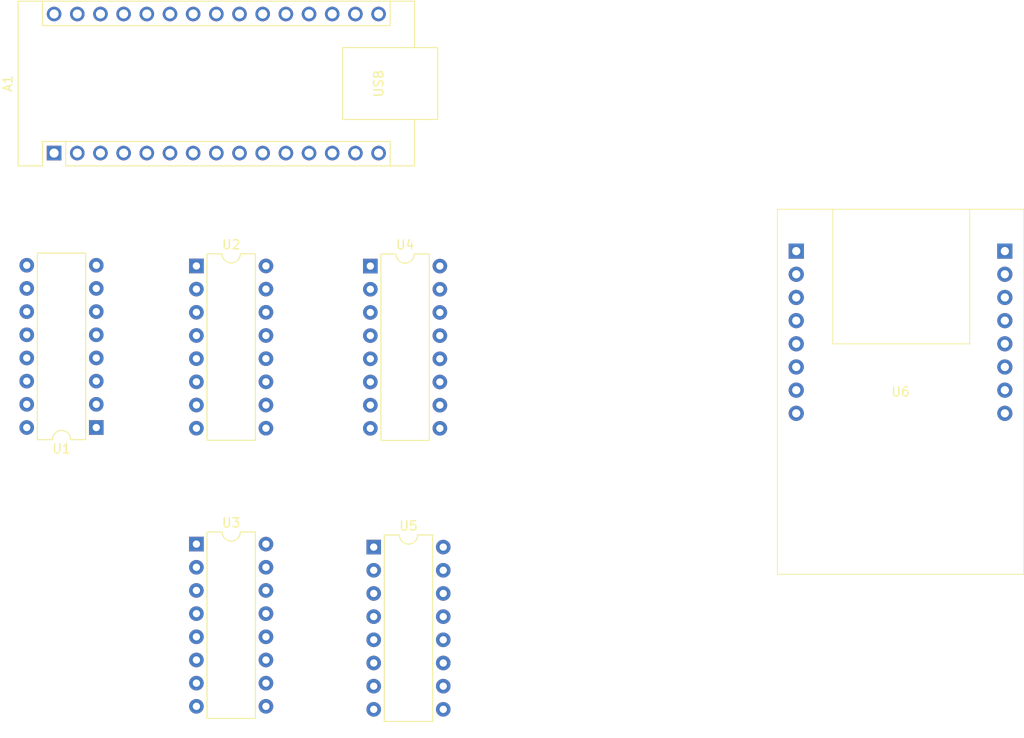
<source format=kicad_pcb>
(kicad_pcb (version 20221018) (generator pcbnew)
  (layers (0 "F.Cu" signal) (31 "B.Cu" signal) (34 "B.Paste" user) (35 "F.Paste" user) (36 "B.SilkS" user "B.Silkscreen") (37 "F.SilkS" user "F.Silkscreen") (38 "B.Mask" user) (39 "F.Mask" user) (44 "Edge.Cuts" user))
  (net 0 "")
  (net 4 "GND")
  (net 6 "/wheel_speed")
  (net 7 "/signal_595")
  (net 10 "/595SCLK")
  (net 11 "/595RCLK")
  (net 13 "/motor5_speed")
  (net 14 "/motor6_speed")
  (net 17 "+3.3V")
  (net 23 "/SDA")
  (net 24 "/SCL")
  (net 27 "+5V")
  (net 29 "+12V")
  (net 30 "/motor1_A")
  (net 31 "/motorLF+")
  (net 32 "/motorLF-")
  (net 33 "/motor1_B")
  (net 34 "/motor2_A")
  (net 35 "/motorRF+")
  (net 36 "/motorRF-")
  (net 37 "/motor2_B")
  (net 38 "/motor3_A")
  (net 39 "/motor3_B")
  (net 40 "/motor4_A")
  (net 41 "/motor4_B")
  (net 42 "Net-(U2-QH')")
  (net 43 "/motor5_B")
  (net 44 "/motor6_A")
  (net 45 "/motor6_B")
  (net 51 "/motor5_A")
  (net 52 "/motorLB+")
  (net 53 "/motorLb-")
  (net 54 "/motorRB+")
  (net 55 "/motorRB-")
  (net 56 "/shoot+")
  (net 57 "/shoot-")
  (net 58 "/tilt+")
  (net 59 "/tilt-")
  (footprint "Package_DIP:DIP-16_W7.62mm" (layer "F.Cu") (at 107.96 48.275)
    (fp_text reference "U4" (at 3.81 -2.33) (layer "F.SilkS"))
    (fp_text value "L293D")
    (fp_line (start 1.16 -1.33) (end 1.16 19.11) (stroke (width 0.12)) (layer "F.SilkS"))
    (fp_line (start 1.16 19.11) (end 6.46 19.11) (stroke (width 0.12)) (layer "F.SilkS"))
    (fp_line (start 2.81 -1.33) (end 1.16 -1.33) (stroke (width 0.12)) (layer "F.SilkS"))
    (fp_line (start 6.46 -1.33) (end 4.81 -1.33) (stroke (width 0.12)) (layer "F.SilkS"))
    (fp_line (start 6.46 19.11) (end 6.46 -1.33) (stroke (width 0.12)) (layer "F.SilkS"))
    (fp_arc (start 4.81 -1.33) (mid 3.81 -0.33) (end 2.81 -1.33) (stroke (width 0.12)) (layer "F.SilkS"))
    (pad "1" thru_hole rect (at 0 0) (size 1.6 1.6) (drill 0.8) (layers "*.Cu" "*.Mask") (net 6 "/wheel_speed"))
    (pad "2" thru_hole oval (at 0 2.54) (size 1.6 1.6) (drill 0.8) (layers "*.Cu" "*.Mask") (net 38 "/motor3_A"))
    (pad "3" thru_hole oval (at 0 5.08) (size 1.6 1.6) (drill 0.8) (layers "*.Cu" "*.Mask") (net 52 "/motorLB+"))
    (pad "4" thru_hole oval (at 0 7.62) (size 1.6 1.6) (drill 0.8) (layers "*.Cu" "*.Mask") (net 4 "GND"))
    (pad "5" thru_hole oval (at 0 10.16) (size 1.6 1.6) (drill 0.8) (layers "*.Cu" "*.Mask") (net 4 "GND"))
    (pad "6" thru_hole oval (at 0 12.7) (size 1.6 1.6) (drill 0.8) (layers "*.Cu" "*.Mask") (net 53 "/motorLb-"))
    (pad "7" thru_hole oval (at 0 15.24) (size 1.6 1.6) (drill 0.8) (layers "*.Cu" "*.Mask") (net 39 "/motor3_B"))
    (pad "8" thru_hole oval (at 0 17.78) (size 1.6 1.6) (drill 0.8) (layers "*.Cu" "*.Mask") (net 29 "+12V"))
    (pad "9" thru_hole oval (at 7.62 17.78) (size 1.6 1.6) (drill 0.8) (layers "*.Cu" "*.Mask") (net 6 "/wheel_speed"))
    (pad "10" thru_hole oval (at 7.62 15.24) (size 1.6 1.6) (drill 0.8) (layers "*.Cu" "*.Mask") (net 40 "/motor4_A"))
    (pad "11" thru_hole oval (at 7.62 12.7) (size 1.6 1.6) (drill 0.8) (layers "*.Cu" "*.Mask") (net 54 "/motorRB+"))
    (pad "12" thru_hole oval (at 7.62 10.16) (size 1.6 1.6) (drill 0.8) (layers "*.Cu" "*.Mask") (net 4 "GND"))
    (pad "13" thru_hole oval (at 7.62 7.62) (size 1.6 1.6) (drill 0.8) (layers "*.Cu" "*.Mask") (net 4 "GND"))
    (pad "14" thru_hole oval (at 7.62 5.08) (size 1.6 1.6) (drill 0.8) (layers "*.Cu" "*.Mask") (net 55 "/motorRB-"))
    (pad "15" thru_hole oval (at 7.62 2.54) (size 1.6 1.6) (drill 0.8) (layers "*.Cu" "*.Mask") (net 41 "/motor4_B"))
    (pad "16" thru_hole oval (at 7.62 0) (size 1.6 1.6) (drill 0.8) (layers "*.Cu" "*.Mask") (net 29 "+12V"))
  )
  (footprint "Package_DIP:DIP-16_W7.62mm" (layer "F.Cu") (at 88.9 48.26)
    (fp_text reference "U2" (at 3.81 -2.33) (layer "F.SilkS"))
    (fp_text value "74HC595")
    (fp_line (start 1.16 -1.33) (end 1.16 19.11) (stroke (width 0.12)) (layer "F.SilkS"))
    (fp_line (start 1.16 19.11) (end 6.46 19.11) (stroke (width 0.12)) (layer "F.SilkS"))
    (fp_line (start 2.81 -1.33) (end 1.16 -1.33) (stroke (width 0.12)) (layer "F.SilkS"))
    (fp_line (start 6.46 -1.33) (end 4.81 -1.33) (stroke (width 0.12)) (layer "F.SilkS"))
    (fp_line (start 6.46 19.11) (end 6.46 -1.33) (stroke (width 0.12)) (layer "F.SilkS"))
    (fp_arc (start 4.81 -1.33) (mid 3.81 -0.33) (end 2.81 -1.33) (stroke (width 0.12)) (layer "F.SilkS"))
    (pad "1" thru_hole rect (at 0 0) (size 1.6 1.6) (drill 0.8) (layers "*.Cu" "*.Mask") (net 33 "/motor1_B"))
    (pad "2" thru_hole oval (at 0 2.54) (size 1.6 1.6) (drill 0.8) (layers "*.Cu" "*.Mask") (net 34 "/motor2_A"))
    (pad "3" thru_hole oval (at 0 5.08) (size 1.6 1.6) (drill 0.8) (layers "*.Cu" "*.Mask") (net 37 "/motor2_B"))
    (pad "4" thru_hole oval (at 0 7.62) (size 1.6 1.6) (drill 0.8) (layers "*.Cu" "*.Mask") (net 38 "/motor3_A"))
    (pad "5" thru_hole oval (at 0 10.16) (size 1.6 1.6) (drill 0.8) (layers "*.Cu" "*.Mask") (net 39 "/motor3_B"))
    (pad "6" thru_hole oval (at 0 12.7) (size 1.6 1.6) (drill 0.8) (layers "*.Cu" "*.Mask") (net 40 "/motor4_A"))
    (pad "7" thru_hole oval (at 0 15.24) (size 1.6 1.6) (drill 0.8) (layers "*.Cu" "*.Mask") (net 41 "/motor4_B"))
    (pad "8" thru_hole oval (at 0 17.78) (size 1.6 1.6) (drill 0.8) (layers "*.Cu" "*.Mask") (net 4 "GND"))
    (pad "9" thru_hole oval (at 7.62 17.78) (size 1.6 1.6) (drill 0.8) (layers "*.Cu" "*.Mask") (net 42 "Net-(U2-QH')"))
    (pad "10" thru_hole oval (at 7.62 15.24) (size 1.6 1.6) (drill 0.8) (layers "*.Cu" "*.Mask") (net 27 "+5V"))
    (pad "11" thru_hole oval (at 7.62 12.7) (size 1.6 1.6) (drill 0.8) (layers "*.Cu" "*.Mask") (net 10 "/595SCLK"))
    (pad "12" thru_hole oval (at 7.62 10.16) (size 1.6 1.6) (drill 0.8) (layers "*.Cu" "*.Mask") (net 11 "/595RCLK"))
    (pad "13" thru_hole oval (at 7.62 7.62) (size 1.6 1.6) (drill 0.8) (layers "*.Cu" "*.Mask") (net 4 "GND"))
    (pad "14" thru_hole oval (at 7.62 5.08) (size 1.6 1.6) (drill 0.8) (layers "*.Cu" "*.Mask") (net 7 "/signal_595"))
    (pad "15" thru_hole oval (at 7.62 2.54) (size 1.6 1.6) (drill 0.8) (layers "*.Cu" "*.Mask") (net 30 "/motor1_A"))
    (pad "16" thru_hole oval (at 7.62 0) (size 1.6 1.6) (drill 0.8) (layers "*.Cu" "*.Mask") (net 27 "+5V"))
  )
  (footprint "Package_DIP:DIP-16_W7.62mm" (layer "F.Cu") (at 88.9 78.74)
    (fp_text reference "U3" (at 3.81 -2.33) (layer "F.SilkS"))
    (fp_text value "74HC595")
    (fp_line (start 1.16 -1.33) (end 1.16 19.11) (stroke (width 0.12)) (layer "F.SilkS"))
    (fp_line (start 1.16 19.11) (end 6.46 19.11) (stroke (width 0.12)) (layer "F.SilkS"))
    (fp_line (start 2.81 -1.33) (end 1.16 -1.33) (stroke (width 0.12)) (layer "F.SilkS"))
    (fp_line (start 6.46 -1.33) (end 4.81 -1.33) (stroke (width 0.12)) (layer "F.SilkS"))
    (fp_line (start 6.46 19.11) (end 6.46 -1.33) (stroke (width 0.12)) (layer "F.SilkS"))
    (fp_arc (start 4.81 -1.33) (mid 3.81 -0.33) (end 2.81 -1.33) (stroke (width 0.12)) (layer "F.SilkS"))
    (pad "1" thru_hole rect (at 0 0) (size 1.6 1.6) (drill 0.8) (layers "*.Cu" "*.Mask") (net 43 "/motor5_B"))
    (pad "2" thru_hole oval (at 0 2.54) (size 1.6 1.6) (drill 0.8) (layers "*.Cu" "*.Mask") (net 44 "/motor6_A"))
    (pad "3" thru_hole oval (at 0 5.08) (size 1.6 1.6) (drill 0.8) (layers "*.Cu" "*.Mask") (net 45 "/motor6_B"))
    (pad "4" thru_hole oval (at 0 7.62) (size 1.6 1.6) (drill 0.8) (layers "*.Cu" "*.Mask"))
    (pad "5" thru_hole oval (at 0 10.16) (size 1.6 1.6) (drill 0.8) (layers "*.Cu" "*.Mask"))
    (pad "6" thru_hole oval (at 0 12.7) (size 1.6 1.6) (drill 0.8) (layers "*.Cu" "*.Mask"))
    (pad "7" thru_hole oval (at 0 15.24) (size 1.6 1.6) (drill 0.8) (layers "*.Cu" "*.Mask"))
    (pad "8" thru_hole oval (at 0 17.78) (size 1.6 1.6) (drill 0.8) (layers "*.Cu" "*.Mask") (net 4 "GND"))
    (pad "9" thru_hole oval (at 7.62 17.78) (size 1.6 1.6) (drill 0.8) (layers "*.Cu" "*.Mask"))
    (pad "10" thru_hole oval (at 7.62 15.24) (size 1.6 1.6) (drill 0.8) (layers "*.Cu" "*.Mask") (net 27 "+5V"))
    (pad "11" thru_hole oval (at 7.62 12.7) (size 1.6 1.6) (drill 0.8) (layers "*.Cu" "*.Mask") (net 10 "/595SCLK"))
    (pad "12" thru_hole oval (at 7.62 10.16) (size 1.6 1.6) (drill 0.8) (layers "*.Cu" "*.Mask") (net 11 "/595RCLK"))
    (pad "13" thru_hole oval (at 7.62 7.62) (size 1.6 1.6) (drill 0.8) (layers "*.Cu" "*.Mask") (net 4 "GND"))
    (pad "14" thru_hole oval (at 7.62 5.08) (size 1.6 1.6) (drill 0.8) (layers "*.Cu" "*.Mask") (net 42 "Net-(U2-QH')"))
    (pad "15" thru_hole oval (at 7.62 2.54) (size 1.6 1.6) (drill 0.8) (layers "*.Cu" "*.Mask") (net 51 "/motor5_A"))
    (pad "16" thru_hole oval (at 7.62 0) (size 1.6 1.6) (drill 0.8) (layers "*.Cu" "*.Mask") (net 27 "+5V"))
  )
  (footprint "Module:ESP32-CAM" (layer "F.Cu") (at 154.6352 64.4122)
    (fp_text reference "U6" (at 11.43 -2.36) (layer "F.SilkS"))
    (fp_text value "ESP32-CAM")
    (fp_line (start -2.07 -22.36) (end -2.07 17.64) (stroke (width 0.1)) (layer "F.SilkS"))
    (fp_line (start -2.07 17.64) (end 24.93 17.64) (stroke (width 0.1)) (layer "F.SilkS"))
    (fp_line (start 4 -22.36) (end 4 -7.62) (stroke (width 0.1)) (layer "F.SilkS"))
    (fp_line (start 4 -7.62) (end 19 -7.62) (stroke (width 0.1)) (layer "F.SilkS"))
    (fp_line (start 19 -22.36) (end 19 -7.62) (stroke (width 0.1)) (layer "F.SilkS"))
    (fp_line (start 24.93 -22.36) (end -2.07 -22.36) (stroke (width 0.1)) (layer "F.SilkS"))
    (fp_line (start 24.93 17.64) (end 24.93 -22.36) (stroke (width 0.1)) (layer "F.SilkS"))
    (pad "1" thru_hole circle (at 0 0) (size 1.665 1.665) (drill 0.9) (layers "*.Cu" "*.Mask"))
    (pad "2" thru_hole circle (at 0 -2.54) (size 1.665 1.665) (drill 0.9) (layers "*.Cu" "*.Mask"))
    (pad "3" thru_hole circle (at 0 -5.08) (size 1.665 1.665) (drill 0.9) (layers "*.Cu" "*.Mask"))
    (pad "4" thru_hole circle (at 0 -7.62) (size 1.665 1.665) (drill 0.9) (layers "*.Cu" "*.Mask") (net 23 "/SDA"))
    (pad "5" thru_hole circle (at 0 -10.16) (size 1.665 1.665) (drill 0.9) (layers "*.Cu" "*.Mask") (net 24 "/SCL"))
    (pad "6" thru_hole circle (at 0 -12.7) (size 1.665 1.665) (drill 0.9) (layers "*.Cu" "*.Mask"))
    (pad "7" thru_hole circle (at 0 -15.24) (size 1.665 1.665) (drill 0.9) (layers "*.Cu" "*.Mask"))
    (pad "8" thru_hole rect (at 0 -17.78) (size 1.665 1.665) (drill 0.9) (layers "*.Cu" "*.Mask") (net 27 "+5V"))
    (pad "9" thru_hole rect (at 22.86 -17.78) (size 1.665 1.665) (drill 0.9) (layers "*.Cu" "*.Mask") (net 17 "+3.3V"))
    (pad "10" thru_hole circle (at 22.86 -15.24) (size 1.665 1.665) (drill 0.9) (layers "*.Cu" "*.Mask"))
    (pad "11" thru_hole circle (at 22.86 -12.7) (size 1.665 1.665) (drill 0.9) (layers "*.Cu" "*.Mask"))
    (pad "12" thru_hole circle (at 22.86 -10.16) (size 1.665 1.665) (drill 0.9) (layers "*.Cu" "*.Mask"))
    (pad "13" thru_hole circle (at 22.86 -7.62) (size 1.665 1.665) (drill 0.9) (layers "*.Cu" "*.Mask"))
    (pad "14" thru_hole circle (at 22.86 -5.08) (size 1.665 1.665) (drill 0.9) (layers "*.Cu" "*.Mask"))
    (pad "15" thru_hole circle (at 22.86 -2.54) (size 1.665 1.665) (drill 0.9) (layers "*.Cu" "*.Mask"))
    (pad "16" thru_hole circle (at 22.86 0) (size 1.665 1.665) (drill 0.9) (layers "*.Cu" "*.Mask") (net 4 "GND"))
  )
  (footprint "Package_DIP:DIP-16_W7.62mm" (layer "F.Cu") (at 108.331 79.0702)
    (fp_text reference "U5" (at 3.81 -2.33) (layer "F.SilkS"))
    (fp_text value "L293D")
    (fp_line (start 1.16 -1.33) (end 1.16 19.11) (stroke (width 0.12)) (layer "F.SilkS"))
    (fp_line (start 1.16 19.11) (end 6.46 19.11) (stroke (width 0.12)) (layer "F.SilkS"))
    (fp_line (start 2.81 -1.33) (end 1.16 -1.33) (stroke (width 0.12)) (layer "F.SilkS"))
    (fp_line (start 6.46 -1.33) (end 4.81 -1.33) (stroke (width 0.12)) (layer "F.SilkS"))
    (fp_line (start 6.46 19.11) (end 6.46 -1.33) (stroke (width 0.12)) (layer "F.SilkS"))
    (fp_arc (start 4.81 -1.33) (mid 3.81 -0.33) (end 2.81 -1.33) (stroke (width 0.12)) (layer "F.SilkS"))
    (pad "1" thru_hole rect (at 0 0) (size 1.6 1.6) (drill 0.8) (layers "*.Cu" "*.Mask") (net 13 "/motor5_speed"))
    (pad "2" thru_hole oval (at 0 2.54) (size 1.6 1.6) (drill 0.8) (layers "*.Cu" "*.Mask") (net 51 "/motor5_A"))
    (pad "3" thru_hole oval (at 0 5.08) (size 1.6 1.6) (drill 0.8) (layers "*.Cu" "*.Mask") (net 56 "/shoot+"))
    (pad "4" thru_hole oval (at 0 7.62) (size 1.6 1.6) (drill 0.8) (layers "*.Cu" "*.Mask") (net 4 "GND"))
    (pad "5" thru_hole oval (at 0 10.16) (size 1.6 1.6) (drill 0.8) (layers "*.Cu" "*.Mask") (net 4 "GND"))
    (pad "6" thru_hole oval (at 0 12.7) (size 1.6 1.6) (drill 0.8) (layers "*.Cu" "*.Mask") (net 57 "/shoot-"))
    (pad "7" thru_hole oval (at 0 15.24) (size 1.6 1.6) (drill 0.8) (layers "*.Cu" "*.Mask") (net 43 "/motor5_B"))
    (pad "8" thru_hole oval (at 0 17.78) (size 1.6 1.6) (drill 0.8) (layers "*.Cu" "*.Mask") (net 29 "+12V"))
    (pad "9" thru_hole oval (at 7.62 17.78) (size 1.6 1.6) (drill 0.8) (layers "*.Cu" "*.Mask") (net 14 "/motor6_speed"))
    (pad "10" thru_hole oval (at 7.62 15.24) (size 1.6 1.6) (drill 0.8) (layers "*.Cu" "*.Mask") (net 44 "/motor6_A"))
    (pad "11" thru_hole oval (at 7.62 12.7) (size 1.6 1.6) (drill 0.8) (layers "*.Cu" "*.Mask") (net 58 "/tilt+"))
    (pad "12" thru_hole oval (at 7.62 10.16) (size 1.6 1.6) (drill 0.8) (layers "*.Cu" "*.Mask") (net 4 "GND"))
    (pad "13" thru_hole oval (at 7.62 7.62) (size 1.6 1.6) (drill 0.8) (layers "*.Cu" "*.Mask") (net 4 "GND"))
    (pad "14" thru_hole oval (at 7.62 5.08) (size 1.6 1.6) (drill 0.8) (layers "*.Cu" "*.Mask") (net 59 "/tilt-"))
    (pad "15" thru_hole oval (at 7.62 2.54) (size 1.6 1.6) (drill 0.8) (layers "*.Cu" "*.Mask") (net 45 "/motor6_B"))
    (pad "16" thru_hole oval (at 7.62 0) (size 1.6 1.6) (drill 0.8) (layers "*.Cu" "*.Mask") (net 29 "+12V"))
  )
  (footprint "Module:Arduino_Nano" (layer "F.Cu") (at 73.3044 35.8902 90)
    (fp_text reference "A1" (at 7.62 -5.08 90) (layer "F.SilkS"))
    (fp_text value "Arduino_Nano_v2.x")
    (fp_text user "USB" (at 7.62 35.56 90 unlocked) (layer "F.SilkS"))
    (fp_line (start -1.4 -3.94) (end -1.4 -1.27) (stroke (width 0.12)) (layer "F.SilkS"))
    (fp_line (start -1.4 1.27) (end -1.4 39.5) (stroke (width 0.12)) (layer "F.SilkS"))
    (fp_line (start -1.4 39.5) (end 3.68 39.5) (stroke (width 0.12)) (layer "F.SilkS"))
    (fp_line (start 1.27 -1.27) (end -1.4 -1.27) (stroke (width 0.12)) (layer "F.SilkS"))
    (fp_line (start 1.27 1.27) (end -1.4 1.27) (stroke (width 0.12)) (layer "F.SilkS"))
    (fp_line (start 1.27 1.27) (end 1.27 -1.27) (stroke (width 0.12)) (layer "F.SilkS"))
    (fp_line (start 1.27 1.27) (end 1.27 36.83) (stroke (width 0.12)) (layer "F.SilkS"))
    (fp_line (start 1.27 36.83) (end -1.4 36.83) (stroke (width 0.12)) (layer "F.SilkS"))
    (fp_line (start 3.68 31.62) (end 11.56 31.62) (stroke (width 0.12)) (layer "F.SilkS"))
    (fp_line (start 3.68 42.04) (end 3.68 31.62) (stroke (width 0.12)) (layer "F.SilkS"))
    (fp_line (start 11.56 31.62) (end 11.56 42.04) (stroke (width 0.12)) (layer "F.SilkS"))
    (fp_line (start 11.56 42.04) (end 3.68 42.04) (stroke (width 0.12)) (layer "F.SilkS"))
    (fp_line (start 13.97 -1.27) (end 13.97 36.83) (stroke (width 0.12)) (layer "F.SilkS"))
    (fp_line (start 13.97 -1.27) (end 16.64 -1.27) (stroke (width 0.12)) (layer "F.SilkS"))
    (fp_line (start 13.97 36.83) (end 16.64 36.83) (stroke (width 0.12)) (layer "F.SilkS"))
    (fp_line (start 16.64 -3.94) (end -1.4 -3.94) (stroke (width 0.12)) (layer "F.SilkS"))
    (fp_line (start 16.64 39.5) (end 11.56 39.5) (stroke (width 0.12)) (layer "F.SilkS"))
    (fp_line (start 16.64 39.5) (end 16.64 -3.94) (stroke (width 0.12)) (layer "F.SilkS"))
    (pad "1" thru_hole rect (at 0 0 90) (size 1.6 1.6) (drill 1) (layers "*.Cu" "*.Mask"))
    (pad "2" thru_hole oval (at 0 2.54 90) (size 1.6 1.6) (drill 1) (layers "*.Cu" "*.Mask"))
    (pad "3" thru_hole oval (at 0 5.08 90) (size 1.6 1.6) (drill 1) (layers "*.Cu" "*.Mask"))
    (pad "4" thru_hole oval (at 0 7.62 90) (size 1.6 1.6) (drill 1) (layers "*.Cu" "*.Mask") (net 4 "GND"))
    (pad "5" thru_hole oval (at 0 10.16 90) (size 1.6 1.6) (drill 1) (layers "*.Cu" "*.Mask"))
    (pad "6" thru_hole oval (at 0 12.7 90) (size 1.6 1.6) (drill 1) (layers "*.Cu" "*.Mask") (net 6 "/wheel_speed"))
    (pad "7" thru_hole oval (at 0 15.24 90) (size 1.6 1.6) (drill 1) (layers "*.Cu" "*.Mask") (net 7 "/signal_595"))
    (pad "8" thru_hole oval (at 0 17.78 90) (size 1.6 1.6) (drill 1) (layers "*.Cu" "*.Mask"))
    (pad "9" thru_hole oval (at 0 20.32 90) (size 1.6 1.6) (drill 1) (layers "*.Cu" "*.Mask"))
    (pad "10" thru_hole oval (at 0 22.86 90) (size 1.6 1.6) (drill 1) (layers "*.Cu" "*.Mask") (net 10 "/595SCLK"))
    (pad "11" thru_hole oval (at 0 25.4 90) (size 1.6 1.6) (drill 1) (layers "*.Cu" "*.Mask") (net 11 "/595RCLK"))
    (pad "12" thru_hole oval (at 0 27.94 90) (size 1.6 1.6) (drill 1) (layers "*.Cu" "*.Mask"))
    (pad "13" thru_hole oval (at 0 30.48 90) (size 1.6 1.6) (drill 1) (layers "*.Cu" "*.Mask") (net 13 "/motor5_speed"))
    (pad "14" thru_hole oval (at 0 33.02 90) (size 1.6 1.6) (drill 1) (layers "*.Cu" "*.Mask") (net 14 "/motor6_speed"))
    (pad "15" thru_hole oval (at 0 35.56 90) (size 1.6 1.6) (drill 1) (layers "*.Cu" "*.Mask"))
    (pad "16" thru_hole oval (at 15.24 35.56 90) (size 1.6 1.6) (drill 1) (layers "*.Cu" "*.Mask"))
    (pad "17" thru_hole oval (at 15.24 33.02 90) (size 1.6 1.6) (drill 1) (layers "*.Cu" "*.Mask") (net 17 "+3.3V"))
    (pad "18" thru_hole oval (at 15.24 30.48 90) (size 1.6 1.6) (drill 1) (layers "*.Cu" "*.Mask"))
    (pad "19" thru_hole oval (at 15.24 27.94 90) (size 1.6 1.6) (drill 1) (layers "*.Cu" "*.Mask"))
    (pad "20" thru_hole oval (at 15.24 25.4 90) (size 1.6 1.6) (drill 1) (layers "*.Cu" "*.Mask"))
    (pad "21" thru_hole oval (at 15.24 22.86 90) (size 1.6 1.6) (drill 1) (layers "*.Cu" "*.Mask"))
    (pad "22" thru_hole oval (at 15.24 20.32 90) (size 1.6 1.6) (drill 1) (layers "*.Cu" "*.Mask"))
    (pad "23" thru_hole oval (at 15.24 17.78 90) (size 1.6 1.6) (drill 1) (layers "*.Cu" "*.Mask") (net 23 "/SDA"))
    (pad "24" thru_hole oval (at 15.24 15.24 90) (size 1.6 1.6) (drill 1) (layers "*.Cu" "*.Mask") (net 24 "/SCL"))
    (pad "25" thru_hole oval (at 15.24 12.7 90) (size 1.6 1.6) (drill 1) (layers "*.Cu" "*.Mask"))
    (pad "26" thru_hole oval (at 15.24 10.16 90) (size 1.6 1.6) (drill 1) (layers "*.Cu" "*.Mask"))
    (pad "27" thru_hole oval (at 15.24 7.62 90) (size 1.6 1.6) (drill 1) (layers "*.Cu" "*.Mask") (net 27 "+5V"))
    (pad "28" thru_hole oval (at 15.24 5.08 90) (size 1.6 1.6) (drill 1) (layers "*.Cu" "*.Mask"))
    (pad "29" thru_hole oval (at 15.24 2.54 90) (size 1.6 1.6) (drill 1) (layers "*.Cu" "*.Mask") (net 4 "GND"))
    (pad "30" thru_hole oval (at 15.24 0 90) (size 1.6 1.6) (drill 1) (layers "*.Cu" "*.Mask") (net 29 "+12V"))
  )
  (footprint "Package_DIP:DIP-16_W7.62mm" (layer "F.Cu") (at 77.9272 65.9638 180)
    (fp_text reference "U1" (at 3.81 -2.33) (layer "F.SilkS"))
    (fp_text value "L293D")
    (fp_line (start 1.16 -1.33) (end 1.16 19.11) (stroke (width 0.12)) (layer "F.SilkS"))
    (fp_line (start 1.16 19.11) (end 6.46 19.11) (stroke (width 0.12)) (layer "F.SilkS"))
    (fp_line (start 2.81 -1.33) (end 1.16 -1.33) (stroke (width 0.12)) (layer "F.SilkS"))
    (fp_line (start 6.46 -1.33) (end 4.81 -1.33) (stroke (width 0.12)) (layer "F.SilkS"))
    (fp_line (start 6.46 19.11) (end 6.46 -1.33) (stroke (width 0.12)) (layer "F.SilkS"))
    (fp_arc (start 4.81 -1.33) (mid 3.81 -0.33) (end 2.81 -1.33) (stroke (width 0.12)) (layer "F.SilkS"))
    (pad "1" thru_hole rect (at 0 0 180) (size 1.6 1.6) (drill 0.8) (layers "*.Cu" "*.Mask") (net 6 "/wheel_speed"))
    (pad "2" thru_hole oval (at 0 2.54 180) (size 1.6 1.6) (drill 0.8) (layers "*.Cu" "*.Mask") (net 30 "/motor1_A"))
    (pad "3" thru_hole oval (at 0 5.08 180) (size 1.6 1.6) (drill 0.8) (layers "*.Cu" "*.Mask") (net 31 "/motorLF+"))
    (pad "4" thru_hole oval (at 0 7.62 180) (size 1.6 1.6) (drill 0.8) (layers "*.Cu" "*.Mask") (net 4 "GND"))
    (pad "5" thru_hole oval (at 0 10.16 180) (size 1.6 1.6) (drill 0.8) (layers "*.Cu" "*.Mask") (net 4 "GND"))
    (pad "6" thru_hole oval (at 0 12.7 180) (size 1.6 1.6) (drill 0.8) (layers "*.Cu" "*.Mask") (net 32 "/motorLF-"))
    (pad "7" thru_hole oval (at 0 15.24 180) (size 1.6 1.6) (drill 0.8) (layers "*.Cu" "*.Mask") (net 33 "/motor1_B"))
    (pad "8" thru_hole oval (at 0 17.78 180) (size 1.6 1.6) (drill 0.8) (layers "*.Cu" "*.Mask") (net 29 "+12V"))
    (pad "9" thru_hole oval (at 7.62 17.78 180) (size 1.6 1.6) (drill 0.8) (layers "*.Cu" "*.Mask") (net 6 "/wheel_speed"))
    (pad "10" thru_hole oval (at 7.62 15.24 180) (size 1.6 1.6) (drill 0.8) (layers "*.Cu" "*.Mask") (net 34 "/motor2_A"))
    (pad "11" thru_hole oval (at 7.62 12.7 180) (size 1.6 1.6) (drill 0.8) (layers "*.Cu" "*.Mask") (net 35 "/motorRF+"))
    (pad "12" thru_hole oval (at 7.62 10.16 180) (size 1.6 1.6) (drill 0.8) (layers "*.Cu" "*.Mask") (net 4 "GND"))
    (pad "13" thru_hole oval (at 7.62 7.62 180) (size 1.6 1.6) (drill 0.8) (layers "*.Cu" "*.Mask") (net 4 "GND"))
    (pad "14" thru_hole oval (at 7.62 5.08 180) (size 1.6 1.6) (drill 0.8) (layers "*.Cu" "*.Mask") (net 36 "/motorRF-"))
    (pad "15" thru_hole oval (at 7.62 2.54 180) (size 1.6 1.6) (drill 0.8) (layers "*.Cu" "*.Mask") (net 37 "/motor2_B"))
    (pad "16" thru_hole oval (at 7.62 0 180) (size 1.6 1.6) (drill 0.8) (layers "*.Cu" "*.Mask") (net 29 "+12V"))
  )
)
</source>
